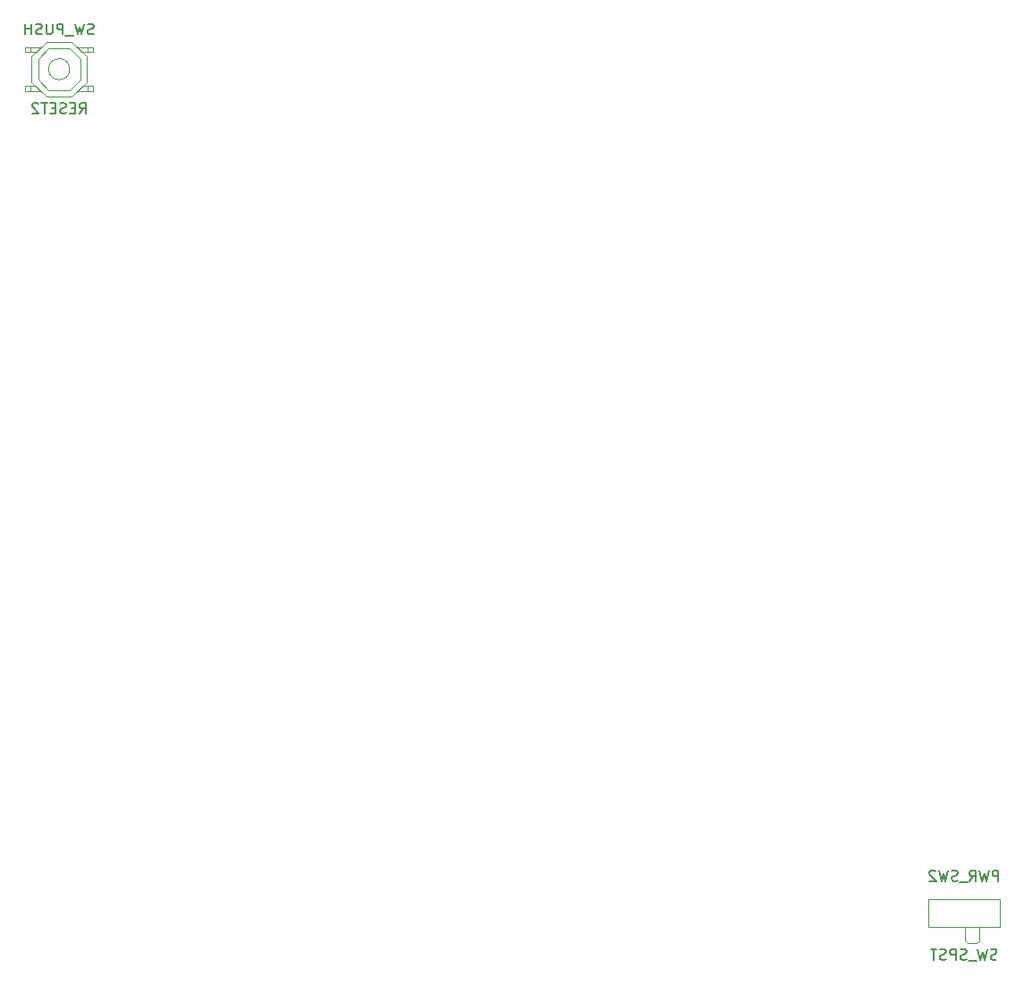
<source format=gbr>
G04 #@! TF.GenerationSoftware,KiCad,Pcbnew,5.1.9*
G04 #@! TF.CreationDate,2021-01-25T17:48:52-06:00*
G04 #@! TF.ProjectId,halfboard,68616c66-626f-4617-9264-2e6b69636164,rev?*
G04 #@! TF.SameCoordinates,Original*
G04 #@! TF.FileFunction,Other,Fab,Bot*
%FSLAX46Y46*%
G04 Gerber Fmt 4.6, Leading zero omitted, Abs format (unit mm)*
G04 Created by KiCad (PCBNEW 5.1.9) date 2021-01-25 17:48:52*
%MOMM*%
%LPD*%
G01*
G04 APERTURE LIST*
%ADD10C,0.100000*%
%ADD11C,0.150000*%
G04 APERTURE END LIST*
D10*
G04 #@! TO.C,RESET2*
X102666400Y-53957800D02*
X102666400Y-54457800D01*
X102666400Y-58157800D02*
X102666400Y-57657800D01*
X96266400Y-53957800D02*
X96266400Y-54457800D01*
X96266400Y-58157800D02*
X96266400Y-57657800D01*
X102166400Y-58157800D02*
X102166400Y-57657800D01*
X101166400Y-58157800D02*
X102666400Y-58157800D01*
X102666400Y-57657800D02*
X101666400Y-57657800D01*
X96766400Y-58157800D02*
X96766400Y-57657800D01*
X97766400Y-58157800D02*
X96266400Y-58157800D01*
X96266400Y-57657800D02*
X97266400Y-57657800D01*
X96766400Y-53957800D02*
X96766400Y-54457800D01*
X96266400Y-54457800D02*
X97266400Y-54457800D01*
X97766400Y-53957800D02*
X96266400Y-53957800D01*
X101166400Y-53957800D02*
X102666400Y-53957800D01*
X102166400Y-53957800D02*
X102166400Y-54457800D01*
X102666400Y-54457800D02*
X101666400Y-54457800D01*
X97466400Y-57057800D02*
X98466400Y-58057800D01*
X98466400Y-58057800D02*
X100466400Y-58057800D01*
X100466400Y-58057800D02*
X101466400Y-57057800D01*
X101466400Y-57057800D02*
X101466400Y-55057800D01*
X101466400Y-55057800D02*
X100466400Y-54057800D01*
X100466400Y-54057800D02*
X98466400Y-54057800D01*
X98466400Y-54057800D02*
X97466400Y-55057800D01*
X97466400Y-55057800D02*
X97466400Y-57057800D01*
X96866400Y-57257800D02*
X96866400Y-54857800D01*
X96866400Y-54857800D02*
X98266400Y-53457800D01*
X98266400Y-53457800D02*
X100666400Y-53457800D01*
X100666400Y-53457800D02*
X102066400Y-54857800D01*
X102066400Y-54857800D02*
X102066400Y-57257800D01*
X102066400Y-57257800D02*
X100666400Y-58657800D01*
X100666400Y-58657800D02*
X98266400Y-58657800D01*
X98266400Y-58657800D02*
X96866400Y-57257800D01*
X100466400Y-56057800D02*
G75*
G03*
X100466400Y-56057800I-1000000J0D01*
G01*
G04 #@! TO.C,PWR_SW2*
X186540600Y-137362200D02*
X186540600Y-138662200D01*
X186540600Y-138662200D02*
X186340600Y-138862200D01*
X186340600Y-138862200D02*
X185490600Y-138862200D01*
X185490600Y-138862200D02*
X185290600Y-138662200D01*
X185290600Y-138662200D02*
X185240600Y-138612200D01*
X185240600Y-138612200D02*
X185240600Y-137312200D01*
X188490600Y-134712200D02*
X188490600Y-137312200D01*
X188490600Y-137312200D02*
X181790600Y-137312200D01*
X181790600Y-137312200D02*
X181790600Y-134712200D01*
X181790600Y-134712200D02*
X188490600Y-134712200D01*
G04 #@! TD*
G04 #@! TO.C,RESET2*
D11*
X102728304Y-52712561D02*
X102585447Y-52760180D01*
X102347352Y-52760180D01*
X102252114Y-52712561D01*
X102204495Y-52664942D01*
X102156876Y-52569704D01*
X102156876Y-52474466D01*
X102204495Y-52379228D01*
X102252114Y-52331609D01*
X102347352Y-52283990D01*
X102537828Y-52236371D01*
X102633066Y-52188752D01*
X102680685Y-52141133D01*
X102728304Y-52045895D01*
X102728304Y-51950657D01*
X102680685Y-51855419D01*
X102633066Y-51807800D01*
X102537828Y-51760180D01*
X102299733Y-51760180D01*
X102156876Y-51807800D01*
X101823542Y-51760180D02*
X101585447Y-52760180D01*
X101394971Y-52045895D01*
X101204495Y-52760180D01*
X100966400Y-51760180D01*
X100823542Y-52855419D02*
X100061638Y-52855419D01*
X99823542Y-52760180D02*
X99823542Y-51760180D01*
X99442590Y-51760180D01*
X99347352Y-51807800D01*
X99299733Y-51855419D01*
X99252114Y-51950657D01*
X99252114Y-52093514D01*
X99299733Y-52188752D01*
X99347352Y-52236371D01*
X99442590Y-52283990D01*
X99823542Y-52283990D01*
X98823542Y-51760180D02*
X98823542Y-52569704D01*
X98775923Y-52664942D01*
X98728304Y-52712561D01*
X98633066Y-52760180D01*
X98442590Y-52760180D01*
X98347352Y-52712561D01*
X98299733Y-52664942D01*
X98252114Y-52569704D01*
X98252114Y-51760180D01*
X97823542Y-52712561D02*
X97680685Y-52760180D01*
X97442590Y-52760180D01*
X97347352Y-52712561D01*
X97299733Y-52664942D01*
X97252114Y-52569704D01*
X97252114Y-52474466D01*
X97299733Y-52379228D01*
X97347352Y-52331609D01*
X97442590Y-52283990D01*
X97633066Y-52236371D01*
X97728304Y-52188752D01*
X97775923Y-52141133D01*
X97823542Y-52045895D01*
X97823542Y-51950657D01*
X97775923Y-51855419D01*
X97728304Y-51807800D01*
X97633066Y-51760180D01*
X97394971Y-51760180D01*
X97252114Y-51807800D01*
X96823542Y-52760180D02*
X96823542Y-51760180D01*
X96823542Y-52236371D02*
X96252114Y-52236371D01*
X96252114Y-52760180D02*
X96252114Y-51760180D01*
X101394971Y-60260180D02*
X101728304Y-59783990D01*
X101966400Y-60260180D02*
X101966400Y-59260180D01*
X101585447Y-59260180D01*
X101490209Y-59307800D01*
X101442590Y-59355419D01*
X101394971Y-59450657D01*
X101394971Y-59593514D01*
X101442590Y-59688752D01*
X101490209Y-59736371D01*
X101585447Y-59783990D01*
X101966400Y-59783990D01*
X100966400Y-59736371D02*
X100633066Y-59736371D01*
X100490209Y-60260180D02*
X100966400Y-60260180D01*
X100966400Y-59260180D01*
X100490209Y-59260180D01*
X100109257Y-60212561D02*
X99966400Y-60260180D01*
X99728304Y-60260180D01*
X99633066Y-60212561D01*
X99585447Y-60164942D01*
X99537828Y-60069704D01*
X99537828Y-59974466D01*
X99585447Y-59879228D01*
X99633066Y-59831609D01*
X99728304Y-59783990D01*
X99918780Y-59736371D01*
X100014019Y-59688752D01*
X100061638Y-59641133D01*
X100109257Y-59545895D01*
X100109257Y-59450657D01*
X100061638Y-59355419D01*
X100014019Y-59307800D01*
X99918780Y-59260180D01*
X99680685Y-59260180D01*
X99537828Y-59307800D01*
X99109257Y-59736371D02*
X98775923Y-59736371D01*
X98633066Y-60260180D02*
X99109257Y-60260180D01*
X99109257Y-59260180D01*
X98633066Y-59260180D01*
X98347352Y-59260180D02*
X97775923Y-59260180D01*
X98061638Y-60260180D02*
X98061638Y-59260180D01*
X97490209Y-59355419D02*
X97442590Y-59307800D01*
X97347352Y-59260180D01*
X97109257Y-59260180D01*
X97014019Y-59307800D01*
X96966400Y-59355419D01*
X96918780Y-59450657D01*
X96918780Y-59545895D01*
X96966400Y-59688752D01*
X97537828Y-60260180D01*
X96918780Y-60260180D01*
G04 #@! TO.C,PWR_SW2*
X188212028Y-140366961D02*
X188069171Y-140414580D01*
X187831076Y-140414580D01*
X187735838Y-140366961D01*
X187688219Y-140319342D01*
X187640600Y-140224104D01*
X187640600Y-140128866D01*
X187688219Y-140033628D01*
X187735838Y-139986009D01*
X187831076Y-139938390D01*
X188021552Y-139890771D01*
X188116790Y-139843152D01*
X188164409Y-139795533D01*
X188212028Y-139700295D01*
X188212028Y-139605057D01*
X188164409Y-139509819D01*
X188116790Y-139462200D01*
X188021552Y-139414580D01*
X187783457Y-139414580D01*
X187640600Y-139462200D01*
X187307266Y-139414580D02*
X187069171Y-140414580D01*
X186878695Y-139700295D01*
X186688219Y-140414580D01*
X186450123Y-139414580D01*
X186307266Y-140509819D02*
X185545361Y-140509819D01*
X185354885Y-140366961D02*
X185212028Y-140414580D01*
X184973933Y-140414580D01*
X184878695Y-140366961D01*
X184831076Y-140319342D01*
X184783457Y-140224104D01*
X184783457Y-140128866D01*
X184831076Y-140033628D01*
X184878695Y-139986009D01*
X184973933Y-139938390D01*
X185164409Y-139890771D01*
X185259647Y-139843152D01*
X185307266Y-139795533D01*
X185354885Y-139700295D01*
X185354885Y-139605057D01*
X185307266Y-139509819D01*
X185259647Y-139462200D01*
X185164409Y-139414580D01*
X184926314Y-139414580D01*
X184783457Y-139462200D01*
X184354885Y-140414580D02*
X184354885Y-139414580D01*
X183973933Y-139414580D01*
X183878695Y-139462200D01*
X183831076Y-139509819D01*
X183783457Y-139605057D01*
X183783457Y-139747914D01*
X183831076Y-139843152D01*
X183878695Y-139890771D01*
X183973933Y-139938390D01*
X184354885Y-139938390D01*
X183402504Y-140366961D02*
X183259647Y-140414580D01*
X183021552Y-140414580D01*
X182926314Y-140366961D01*
X182878695Y-140319342D01*
X182831076Y-140224104D01*
X182831076Y-140128866D01*
X182878695Y-140033628D01*
X182926314Y-139986009D01*
X183021552Y-139938390D01*
X183212028Y-139890771D01*
X183307266Y-139843152D01*
X183354885Y-139795533D01*
X183402504Y-139700295D01*
X183402504Y-139605057D01*
X183354885Y-139509819D01*
X183307266Y-139462200D01*
X183212028Y-139414580D01*
X182973933Y-139414580D01*
X182831076Y-139462200D01*
X182545361Y-139414580D02*
X181973933Y-139414580D01*
X182259647Y-140414580D02*
X182259647Y-139414580D01*
X188378695Y-132964580D02*
X188378695Y-131964580D01*
X187997742Y-131964580D01*
X187902504Y-132012200D01*
X187854885Y-132059819D01*
X187807266Y-132155057D01*
X187807266Y-132297914D01*
X187854885Y-132393152D01*
X187902504Y-132440771D01*
X187997742Y-132488390D01*
X188378695Y-132488390D01*
X187473933Y-131964580D02*
X187235838Y-132964580D01*
X187045361Y-132250295D01*
X186854885Y-132964580D01*
X186616790Y-131964580D01*
X185664409Y-132964580D02*
X185997742Y-132488390D01*
X186235838Y-132964580D02*
X186235838Y-131964580D01*
X185854885Y-131964580D01*
X185759647Y-132012200D01*
X185712028Y-132059819D01*
X185664409Y-132155057D01*
X185664409Y-132297914D01*
X185712028Y-132393152D01*
X185759647Y-132440771D01*
X185854885Y-132488390D01*
X186235838Y-132488390D01*
X185473933Y-133059819D02*
X184712028Y-133059819D01*
X184521552Y-132916961D02*
X184378695Y-132964580D01*
X184140600Y-132964580D01*
X184045361Y-132916961D01*
X183997742Y-132869342D01*
X183950123Y-132774104D01*
X183950123Y-132678866D01*
X183997742Y-132583628D01*
X184045361Y-132536009D01*
X184140600Y-132488390D01*
X184331076Y-132440771D01*
X184426314Y-132393152D01*
X184473933Y-132345533D01*
X184521552Y-132250295D01*
X184521552Y-132155057D01*
X184473933Y-132059819D01*
X184426314Y-132012200D01*
X184331076Y-131964580D01*
X184092980Y-131964580D01*
X183950123Y-132012200D01*
X183616790Y-131964580D02*
X183378695Y-132964580D01*
X183188219Y-132250295D01*
X182997742Y-132964580D01*
X182759647Y-131964580D01*
X182426314Y-132059819D02*
X182378695Y-132012200D01*
X182283457Y-131964580D01*
X182045361Y-131964580D01*
X181950123Y-132012200D01*
X181902504Y-132059819D01*
X181854885Y-132155057D01*
X181854885Y-132250295D01*
X181902504Y-132393152D01*
X182473933Y-132964580D01*
X181854885Y-132964580D01*
G04 #@! TO.C, *
G04 #@! TD*
M02*

</source>
